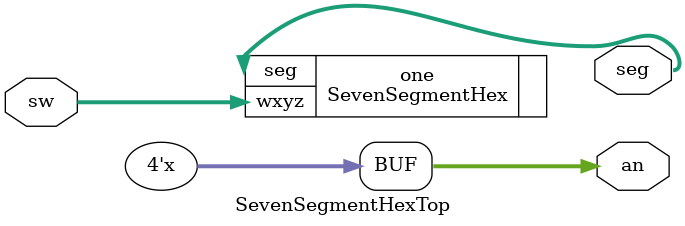
<source format=v>
`timescale 1ns / 1ps

module SevenSegmentHexTop #(parameter PRESCALER = 50000)(
    input [3:0] sw,
    output [6:0] seg,
    output [3:0] an
);

    assign an = ~sw[7:4];
    
    SevenSegmentHex one(.wxyz(sw), .seg(seg));
    
endmodule
</source>
